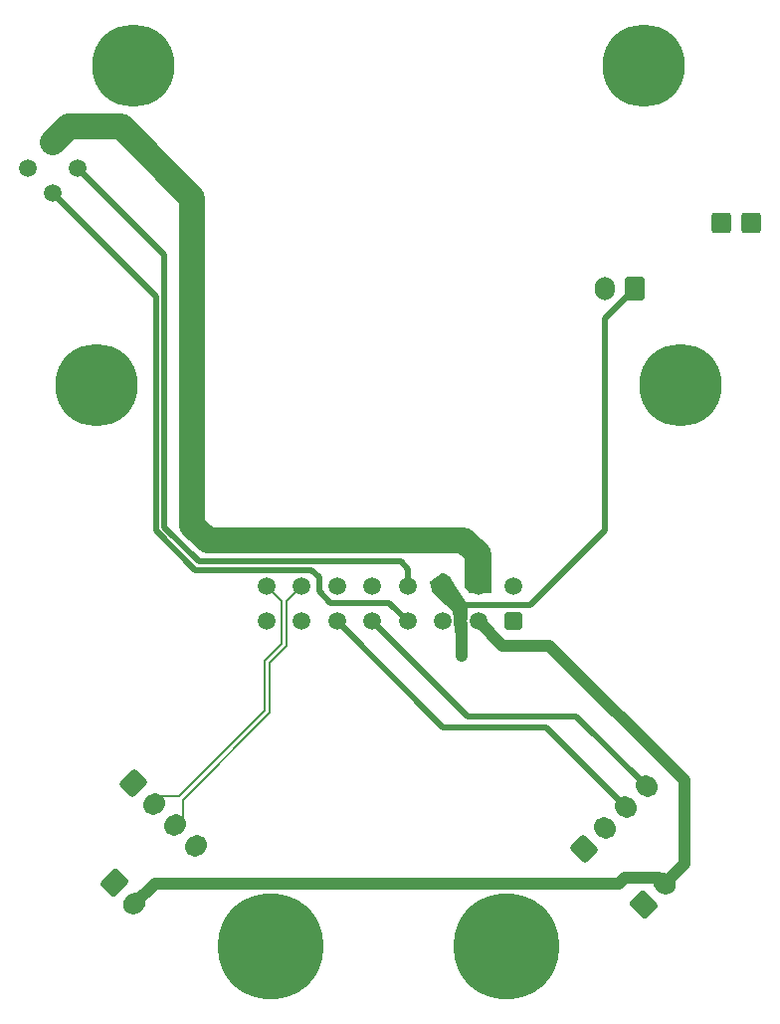
<source format=gbr>
%TF.GenerationSoftware,KiCad,Pcbnew,(6.0.8)*%
%TF.CreationDate,2023-01-17T07:54:51-05:00*%
%TF.ProjectId,K1+K2 Carabiner for Mosquito,4b312b4b-3220-4436-9172-6162696e6572,rev?*%
%TF.SameCoordinates,Original*%
%TF.FileFunction,Copper,L2,Bot*%
%TF.FilePolarity,Positive*%
%FSLAX46Y46*%
G04 Gerber Fmt 4.6, Leading zero omitted, Abs format (unit mm)*
G04 Created by KiCad (PCBNEW (6.0.8)) date 2023-01-17 07:54:51*
%MOMM*%
%LPD*%
G01*
G04 APERTURE LIST*
G04 Aperture macros list*
%AMRoundRect*
0 Rectangle with rounded corners*
0 $1 Rounding radius*
0 $2 $3 $4 $5 $6 $7 $8 $9 X,Y pos of 4 corners*
0 Add a 4 corners polygon primitive as box body*
4,1,4,$2,$3,$4,$5,$6,$7,$8,$9,$2,$3,0*
0 Add four circle primitives for the rounded corners*
1,1,$1+$1,$2,$3*
1,1,$1+$1,$4,$5*
1,1,$1+$1,$6,$7*
1,1,$1+$1,$8,$9*
0 Add four rect primitives between the rounded corners*
20,1,$1+$1,$2,$3,$4,$5,0*
20,1,$1+$1,$4,$5,$6,$7,0*
20,1,$1+$1,$6,$7,$8,$9,0*
20,1,$1+$1,$8,$9,$2,$3,0*%
%AMHorizOval*
0 Thick line with rounded ends*
0 $1 width*
0 $2 $3 position (X,Y) of the first rounded end (center of the circle)*
0 $4 $5 position (X,Y) of the second rounded end (center of the circle)*
0 Add line between two ends*
20,1,$1,$2,$3,$4,$5,0*
0 Add two circle primitives to create the rounded ends*
1,1,$1,$2,$3*
1,1,$1,$4,$5*%
G04 Aperture macros list end*
%TA.AperFunction,ComponentPad*%
%ADD10RoundRect,0.250000X-0.954594X-0.106066X-0.106066X-0.954594X0.954594X0.106066X0.106066X0.954594X0*%
%TD*%
%TA.AperFunction,ComponentPad*%
%ADD11HorizOval,1.700000X-0.106066X-0.106066X0.106066X0.106066X0*%
%TD*%
%TA.AperFunction,ComponentPad*%
%ADD12RoundRect,0.250000X0.088388X-0.936916X0.936916X-0.088388X-0.088388X0.936916X-0.936916X0.088388X0*%
%TD*%
%TA.AperFunction,ComponentPad*%
%ADD13HorizOval,1.700000X-0.088388X0.088388X0.088388X-0.088388X0*%
%TD*%
%TA.AperFunction,ComponentPad*%
%ADD14RoundRect,0.250001X0.499999X0.499999X-0.499999X0.499999X-0.499999X-0.499999X0.499999X-0.499999X0*%
%TD*%
%TA.AperFunction,ComponentPad*%
%ADD15C,1.500000*%
%TD*%
%TA.AperFunction,ComponentPad*%
%ADD16RoundRect,0.297500X-0.552500X-0.577500X0.552500X-0.577500X0.552500X0.577500X-0.552500X0.577500X0*%
%TD*%
%TA.AperFunction,ComponentPad*%
%ADD17C,7.000000*%
%TD*%
%TA.AperFunction,ComponentPad*%
%ADD18C,9.000000*%
%TD*%
%TA.AperFunction,ComponentPad*%
%ADD19RoundRect,0.250000X-0.936916X-0.088388X-0.088388X-0.936916X0.936916X0.088388X0.088388X0.936916X0*%
%TD*%
%TA.AperFunction,ComponentPad*%
%ADD20HorizOval,1.700000X-0.088388X-0.088388X0.088388X0.088388X0*%
%TD*%
%TA.AperFunction,ComponentPad*%
%ADD21RoundRect,0.250000X0.600000X0.750000X-0.600000X0.750000X-0.600000X-0.750000X0.600000X-0.750000X0*%
%TD*%
%TA.AperFunction,ComponentPad*%
%ADD22O,1.700000X2.000000*%
%TD*%
%TA.AperFunction,ComponentPad*%
%ADD23RoundRect,0.250000X0.106066X-0.954594X0.954594X-0.106066X-0.106066X0.954594X-0.954594X0.106066X0*%
%TD*%
%TA.AperFunction,ComponentPad*%
%ADD24HorizOval,1.700000X-0.106066X0.106066X0.106066X-0.106066X0*%
%TD*%
%TA.AperFunction,ComponentPad*%
%ADD25RoundRect,0.250001X0.000000X0.707105X-0.707105X0.000000X0.000000X-0.707105X0.707105X0.000000X0*%
%TD*%
%TA.AperFunction,ViaPad*%
%ADD26C,1.000000*%
%TD*%
%TA.AperFunction,Conductor*%
%ADD27C,0.500000*%
%TD*%
%TA.AperFunction,Conductor*%
%ADD28C,1.000000*%
%TD*%
%TA.AperFunction,Conductor*%
%ADD29C,0.250000*%
%TD*%
%TA.AperFunction,Conductor*%
%ADD30C,2.200000*%
%TD*%
%TA.AperFunction,Conductor*%
%ADD31C,0.200000*%
%TD*%
G04 APERTURE END LIST*
D10*
%TO.P,P_CF2,1,Pin_1*%
%TO.N,AltVolt*%
X38735000Y-104775000D03*
D11*
%TO.P,P_CF2,2,Pin_2*%
%TO.N,PcFanGnd*%
X40502767Y-106542767D03*
%TD*%
D12*
%TO.P,EStepper1,1,Pin_1*%
%TO.N,Stepper2B*%
X78740000Y-101854000D03*
D13*
%TO.P,EStepper1,2,Pin_2*%
%TO.N,Stepper2A*%
X80507767Y-100086233D03*
%TO.P,EStepper1,3,Pin_3*%
%TO.N,Stepper1B*%
X82275534Y-98318466D03*
%TO.P,EStepper1,4,Pin_4*%
%TO.N,Stepper1A*%
X84043301Y-96550699D03*
%TD*%
D14*
%TO.P,Carabiner_Input1,1,Pin_1*%
%TO.N,ThChamber*%
X72730000Y-82500000D03*
D15*
%TO.P,Carabiner_Input1,2,Pin_2*%
%TO.N,PcFanGnd*%
X69730000Y-82500000D03*
%TO.P,Carabiner_Input1,3,Pin_3*%
%TO.N,HotendFanGnd*%
X66730000Y-82500000D03*
%TO.P,Carabiner_Input1,4,Pin_4*%
%TO.N,ThCommonGnd*%
X63730000Y-82500000D03*
%TO.P,Carabiner_Input1,5,Pin_5*%
%TO.N,Stepper1A*%
X60730000Y-82500000D03*
%TO.P,Carabiner_Input1,6,Pin_6*%
%TO.N,Stepper1B*%
X57730000Y-82500000D03*
%TO.P,Carabiner_Input1,7,Pin_7*%
%TO.N,A1*%
X54730000Y-82500000D03*
%TO.P,Carabiner_Input1,8,Pin_8*%
%TO.N,A4*%
X51730000Y-82500000D03*
%TO.P,Carabiner_Input1,9,Pin_9*%
%TO.N,HotendVoltage*%
X72730000Y-79500000D03*
%TO.P,Carabiner_Input1,10,Pin_10*%
%TO.N,HotendNeg*%
X69730000Y-79500000D03*
%TO.P,Carabiner_Input1,11,Pin_11*%
%TO.N,AltVolt*%
X66730000Y-79500000D03*
%TO.P,Carabiner_Input1,12,Pin_12*%
%TO.N,ThHotend*%
X63730000Y-79500000D03*
%TO.P,Carabiner_Input1,13,Pin_13*%
%TO.N,Stepper2A*%
X60730000Y-79500000D03*
%TO.P,Carabiner_Input1,14,Pin_14*%
%TO.N,Stepper2B*%
X57730000Y-79500000D03*
%TO.P,Carabiner_Input1,15,Pin_15*%
%TO.N,A2-*%
X54730000Y-79500000D03*
%TO.P,Carabiner_Input1,16,Pin_16*%
%TO.N,A2+*%
X51730000Y-79500000D03*
%TD*%
D16*
%TO.P,ChamberTh1,1,Pin_1*%
%TO.N,ThChamber*%
X90424000Y-48641000D03*
%TO.P,ChamberTh1,2,Pin_2*%
%TO.N,ThCommonGnd*%
X92964000Y-48641000D03*
%TD*%
D17*
%TO.P,H5,1*%
%TO.N,N/C*%
X37287074Y-62414644D03*
%TD*%
D18*
%TO.P,H1,1*%
%TO.N,N/C*%
X52106522Y-110180268D03*
%TD*%
D17*
%TO.P,H4,1*%
%TO.N,N/C*%
X86925970Y-62414644D03*
%TD*%
%TO.P,H3,1*%
%TO.N,N/C*%
X83856522Y-35180268D03*
%TD*%
%TO.P,H6,1*%
%TO.N,N/C*%
X40356522Y-35180268D03*
%TD*%
D19*
%TO.P,ZBeacon1,1,Pin_1*%
%TO.N,A4*%
X40391581Y-96291119D03*
D20*
%TO.P,ZBeacon1,2,Pin_2*%
%TO.N,A2+*%
X42159348Y-98058886D03*
%TO.P,ZBeacon1,3,Pin_3*%
%TO.N,A2-*%
X43927115Y-99826653D03*
%TO.P,ZBeacon1,4,Pin_4*%
%TO.N,A1*%
X45694882Y-101594420D03*
%TD*%
D18*
%TO.P,H2,1*%
%TO.N,N/C*%
X72106522Y-110180268D03*
%TD*%
D21*
%TO.P,HE_CF1,1,Pin_1*%
%TO.N,AltVolt*%
X83018000Y-54229000D03*
D22*
%TO.P,HE_CF1,2,Pin_2*%
%TO.N,HotendFanGnd*%
X80518000Y-54229000D03*
%TD*%
D23*
%TO.P,P_CF1,1,Pin_1*%
%TO.N,AltVolt*%
X83834886Y-106557653D03*
D24*
%TO.P,P_CF1,2,Pin_2*%
%TO.N,PcFanGnd*%
X85602653Y-104789886D03*
%TD*%
D25*
%TO.P,Th+He1,1,Pin_1*%
%TO.N,HotendNeg*%
X33488551Y-41781231D03*
D15*
%TO.P,Th+He1,2,Pin_2*%
%TO.N,HotendVoltage*%
X31367231Y-43902551D03*
%TO.P,Th+He1,3,Pin_3*%
%TO.N,ThHotend*%
X35609871Y-43902551D03*
%TO.P,Th+He1,4,Pin_4*%
%TO.N,ThCommonGnd*%
X33488551Y-46023872D03*
%TD*%
D26*
%TO.N,AltVolt*%
X68300000Y-85400000D03*
%TD*%
D27*
%TO.N,AltVolt*%
X80518000Y-74803000D02*
X80518000Y-56729000D01*
X80518000Y-56729000D02*
X83018000Y-54229000D01*
X68383000Y-81153000D02*
X74168000Y-81153000D01*
X66730000Y-79500000D02*
X68383000Y-81153000D01*
X74168000Y-81153000D02*
X80518000Y-74803000D01*
D28*
X68300000Y-85400000D02*
X68300000Y-83800000D01*
%TO.N,PcFanGnd*%
X82200000Y-104300000D02*
X85112767Y-104300000D01*
X87246269Y-96046269D02*
X75800000Y-84600000D01*
X81710114Y-104789886D02*
X82200000Y-104300000D01*
X42255648Y-104789886D02*
X40502767Y-106542767D01*
X87246269Y-103146269D02*
X87246269Y-96046269D01*
X85602653Y-104789886D02*
X87246269Y-103146269D01*
X42255648Y-104789886D02*
X81710114Y-104789886D01*
X85112767Y-104300000D02*
X85602653Y-104789886D01*
X75800000Y-84600000D02*
X71830000Y-84600000D01*
X71830000Y-84600000D02*
X69730000Y-82500000D01*
D27*
%TO.N,ThCommonGnd*%
X57150101Y-80900000D02*
X62130000Y-80900000D01*
X56184800Y-78774901D02*
X56184800Y-79934699D01*
X42300000Y-74770890D02*
X45654110Y-78125000D01*
X33488551Y-46023872D02*
X42300000Y-54835321D01*
X62130000Y-80900000D02*
X63730000Y-82500000D01*
X56184800Y-79934699D02*
X57150101Y-80900000D01*
X42300000Y-54835321D02*
X42300000Y-74770890D01*
X45654110Y-78125000D02*
X55534899Y-78125000D01*
X55534899Y-78125000D02*
X56184800Y-78774901D01*
%TO.N,Stepper1A*%
X60730000Y-82500000D02*
X68830000Y-90600000D01*
X78092602Y-90600000D02*
X84043301Y-96550699D01*
X68830000Y-90600000D02*
X78092602Y-90600000D01*
%TO.N,Stepper1B*%
X75498000Y-91500000D02*
X82275534Y-98277534D01*
X66730000Y-91500000D02*
X75498000Y-91500000D01*
X57730000Y-82500000D02*
X66730000Y-91500000D01*
X82275534Y-98277534D02*
X82275534Y-98318466D01*
D29*
%TO.N,A1*%
X54730000Y-82500000D02*
X54730000Y-82889240D01*
D30*
%TO.N,HotendNeg*%
X45400000Y-74300000D02*
X45400000Y-46454127D01*
X68500000Y-75600000D02*
X46700000Y-75600000D01*
X45400000Y-46454127D02*
X39345873Y-40400000D01*
X39345873Y-40400000D02*
X34869782Y-40400000D01*
X46700000Y-75600000D02*
X45400000Y-74300000D01*
X69730000Y-78830000D02*
X69730000Y-76830000D01*
X34869782Y-40400000D02*
X33488551Y-41781231D01*
X69730000Y-76830000D02*
X68500000Y-75600000D01*
D27*
%TO.N,ThHotend*%
X63730000Y-78030000D02*
X63125000Y-77425000D01*
X43000000Y-74480940D02*
X43000000Y-51292680D01*
X45944060Y-77425000D02*
X43000000Y-74480940D01*
X63125000Y-77425000D02*
X45944060Y-77425000D01*
X63730000Y-79500000D02*
X63730000Y-78030000D01*
X43000000Y-51292680D02*
X35609871Y-43902551D01*
D31*
%TO.N,A2-*%
X52019999Y-90284199D02*
X44616544Y-97687654D01*
X44616544Y-97687654D02*
X44616544Y-99137224D01*
X53455001Y-84618702D02*
X52019999Y-86053704D01*
X53455001Y-80774999D02*
X53455001Y-84618702D01*
X44616544Y-99137224D02*
X43927115Y-99826653D01*
X52019999Y-86053704D02*
X52019999Y-90284199D01*
X54730000Y-79500000D02*
X53455001Y-80774999D01*
%TO.N,A2+*%
X53004999Y-80774999D02*
X53004999Y-84432335D01*
X42848777Y-97369457D02*
X42159348Y-98058886D01*
X51570018Y-85867316D02*
X51570018Y-90097786D01*
X53004999Y-84432335D02*
X51570018Y-85867316D01*
X51570018Y-90097786D02*
X44298347Y-97369457D01*
X44298347Y-97369457D02*
X42848777Y-97369457D01*
X51730000Y-79500000D02*
X53004999Y-80774999D01*
%TD*%
%TA.AperFunction,Conductor*%
%TO.N,AltVolt*%
G36*
X66766013Y-78437722D02*
G01*
X66771435Y-78440820D01*
X67366877Y-78781073D01*
X67417061Y-78834123D01*
X67700000Y-79400000D01*
X67702473Y-79403597D01*
X68777829Y-80967751D01*
X68800000Y-81039134D01*
X68800000Y-82271181D01*
X68797342Y-82296475D01*
X68795772Y-82301424D01*
X68774994Y-82486665D01*
X68790592Y-82672414D01*
X68792292Y-82678342D01*
X68795119Y-82688203D01*
X68800000Y-82722932D01*
X68800000Y-83975735D01*
X68790988Y-84022530D01*
X68661287Y-84346783D01*
X68617416Y-84402603D01*
X68550331Y-84425844D01*
X68481331Y-84409126D01*
X68468339Y-84400517D01*
X67844886Y-83929434D01*
X67802594Y-83872408D01*
X67795322Y-83839851D01*
X67683577Y-82558414D01*
X67684056Y-82533672D01*
X67684041Y-82533671D01*
X67684062Y-82533368D01*
X67684095Y-82531674D01*
X67684287Y-82530157D01*
X67684288Y-82530143D01*
X67684727Y-82526668D01*
X67685099Y-82500000D01*
X67666909Y-82314487D01*
X67664203Y-82305525D01*
X67659304Y-82280062D01*
X67601574Y-81618048D01*
X67601574Y-81618047D01*
X67600000Y-81600000D01*
X67591873Y-81593228D01*
X67591873Y-81593227D01*
X67002278Y-81101898D01*
X66997800Y-81097983D01*
X66572873Y-80708467D01*
X65829250Y-80026813D01*
X65791392Y-79961266D01*
X65666667Y-79400000D01*
X65619159Y-79186216D01*
X65623908Y-79115379D01*
X65666200Y-79058353D01*
X65674502Y-79052590D01*
X66635855Y-78440820D01*
X66704063Y-78421122D01*
X66766013Y-78437722D01*
G37*
%TD.AperFunction*%
%TD*%
%TA.AperFunction,Conductor*%
%TO.N,HotendNeg*%
G36*
X70842121Y-76920002D02*
G01*
X70888614Y-76973658D01*
X70900000Y-77026000D01*
X70900000Y-79974000D01*
X70879998Y-80042121D01*
X70826342Y-80088614D01*
X70774000Y-80100000D01*
X68982323Y-80100000D01*
X68914202Y-80079998D01*
X68878494Y-80045383D01*
X68622171Y-79672551D01*
X68600000Y-79601168D01*
X68600000Y-77026000D01*
X68620002Y-76957879D01*
X68673658Y-76911386D01*
X68726000Y-76900000D01*
X70774000Y-76900000D01*
X70842121Y-76920002D01*
G37*
%TD.AperFunction*%
%TD*%
M02*

</source>
